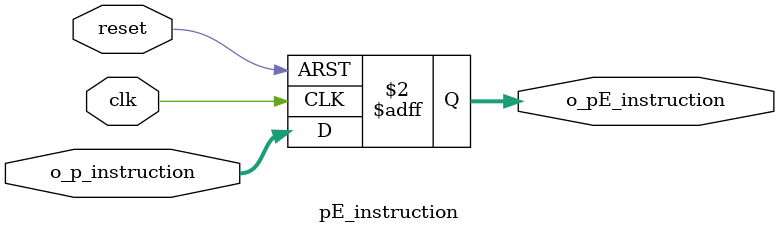
<source format=sv>
module pE_instruction(
    input logic clk,
    input logic reset,
    input logic [31:0]o_p_instruction,
    output logic [31:0]o_pE_instruction
);
always @(posedge clk,posedge reset)begin
    if (reset) o_pE_instruction=0;
    else o_pE_instruction=o_p_instruction;
end    
endmodule
</source>
